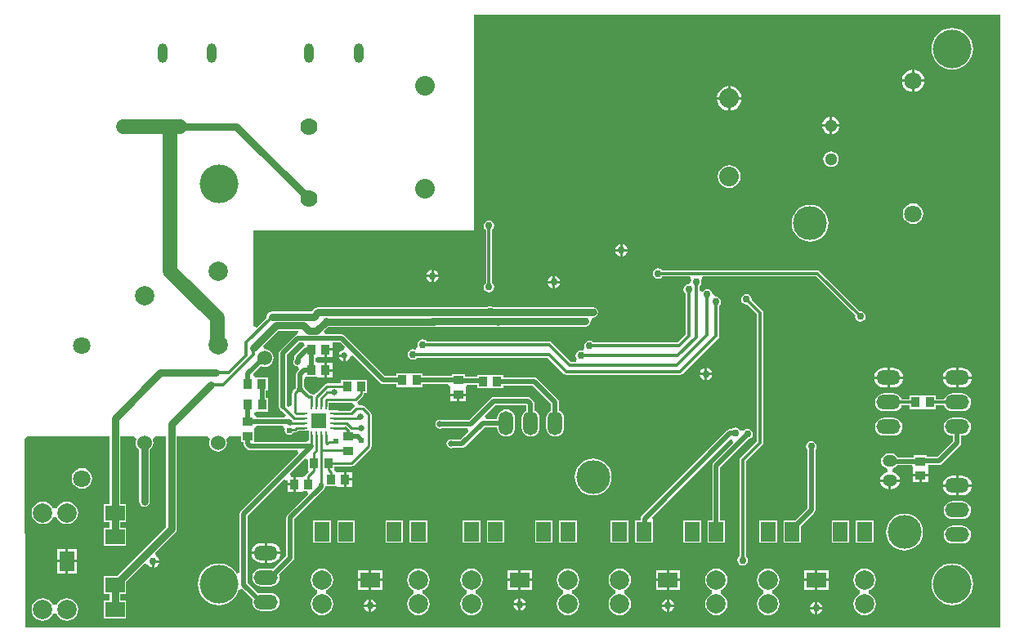
<source format=gbl>
G04*
G04 #@! TF.GenerationSoftware,Altium Limited,Altium Designer,20.0.13 (296)*
G04*
G04 Layer_Physical_Order=2*
G04 Layer_Color=16711680*
%FSLAX25Y25*%
%MOIN*%
G70*
G01*
G75*
%ADD10C,0.01000*%
%ADD49R,0.04134X0.03740*%
%ADD50R,0.03543X0.04331*%
%ADD51R,0.03740X0.04134*%
%ADD52R,0.04331X0.03543*%
%ADD60C,0.01400*%
%ADD61C,0.02000*%
%ADD62C,0.03000*%
%ADD63C,0.01200*%
%ADD64C,0.06000*%
%ADD65C,0.07087*%
%ADD66C,0.06000*%
%ADD67C,0.07874*%
%ADD68O,0.06000X0.04921*%
%ADD69O,0.06000X0.09843*%
%ADD70O,0.09843X0.06000*%
%ADD71R,0.06000X0.07874*%
%ADD72R,0.07874X0.06000*%
%ADD73R,0.06000X0.07874*%
%ADD74R,0.07874X0.06000*%
%ADD75C,0.08000*%
%ADD76C,0.05118*%
%ADD77O,0.03937X0.07874*%
%ADD78C,0.07000*%
%ADD79C,0.13780*%
%ADD80C,0.15748*%
%ADD81C,0.02400*%
%ADD82C,0.03000*%
%ADD83C,0.02500*%
%ADD84C,0.05000*%
%ADD85R,0.05900X0.05900*%
%ADD86R,0.03100X0.01100*%
%ADD87R,0.01100X0.03100*%
G36*
X397500Y250000D02*
Y0D01*
X0D01*
X-494Y77007D01*
X493Y78000D01*
X34359D01*
Y50442D01*
X31963D01*
Y43242D01*
X34359D01*
Y40600D01*
X31963D01*
Y33400D01*
X41037D01*
Y40600D01*
X38641D01*
Y43242D01*
X41037D01*
Y50442D01*
X38641D01*
Y78000D01*
X44211D01*
X45059Y76600D01*
X44993Y76440D01*
X44869Y75500D01*
X44993Y74560D01*
X45355Y73685D01*
X45932Y72932D01*
X46359Y72605D01*
Y51500D01*
X46522Y50681D01*
X46986Y49986D01*
X47681Y49522D01*
X48500Y49359D01*
X49319Y49522D01*
X50014Y49986D01*
X50478Y50681D01*
X50641Y51500D01*
Y72605D01*
X51068Y72932D01*
X51645Y73685D01*
X52007Y74560D01*
X52131Y75500D01*
X52007Y76440D01*
X51941Y76600D01*
X52789Y78000D01*
X57359D01*
Y41202D01*
X37423Y21266D01*
X37189Y20915D01*
X31963D01*
Y13715D01*
X34359D01*
Y11072D01*
X31963D01*
Y3872D01*
X41037D01*
Y11072D01*
X38641D01*
Y13715D01*
X41037D01*
Y18608D01*
X41078Y18815D01*
Y18865D01*
X48221Y26008D01*
X48633Y26013D01*
X49874Y25681D01*
X50198Y25198D01*
X51025Y24645D01*
X51500Y24551D01*
Y27000D01*
X52000D01*
Y27500D01*
X54449D01*
X54355Y27975D01*
X53802Y28802D01*
X53319Y29126D01*
X52987Y30367D01*
X52992Y30779D01*
X61014Y38801D01*
X61478Y39496D01*
X61641Y40315D01*
Y78000D01*
X74211D01*
X75059Y76600D01*
X74993Y76440D01*
X74869Y75500D01*
X74993Y74560D01*
X75355Y73685D01*
X75932Y72932D01*
X76684Y72355D01*
X77560Y71993D01*
X78500Y71869D01*
X79440Y71993D01*
X80316Y72355D01*
X81068Y72932D01*
X81645Y73685D01*
X82007Y74560D01*
X82131Y75500D01*
X82007Y76440D01*
X81941Y76600D01*
X82789Y78000D01*
X87735D01*
Y75676D01*
X88869D01*
Y75219D01*
X88993Y74594D01*
X89346Y74065D01*
X90518Y72894D01*
X91047Y72540D01*
X91672Y72416D01*
X110780D01*
X111315Y71122D01*
X87846Y47653D01*
X87493Y47124D01*
X87369Y46500D01*
Y22520D01*
X85969Y22169D01*
X85820Y22447D01*
X84761Y23738D01*
X83471Y24796D01*
X81999Y25583D01*
X80401Y26068D01*
X78740Y26232D01*
X77079Y26068D01*
X75482Y25583D01*
X74010Y24796D01*
X72719Y23738D01*
X71660Y22447D01*
X70873Y20975D01*
X70389Y19378D01*
X70225Y17717D01*
X70389Y16055D01*
X70873Y14458D01*
X71660Y12986D01*
X72719Y11695D01*
X74010Y10637D01*
X75482Y9850D01*
X77079Y9365D01*
X78740Y9201D01*
X80401Y9365D01*
X81999Y9850D01*
X83471Y10637D01*
X84761Y11695D01*
X85820Y12986D01*
X86607Y14458D01*
X86892Y15399D01*
X88359Y15846D01*
X88439Y15833D01*
X92648Y11624D01*
X92571Y11440D01*
X92448Y10500D01*
X92571Y9560D01*
X92934Y8685D01*
X93511Y7932D01*
X94263Y7355D01*
X95139Y6993D01*
X96079Y6869D01*
X99921D01*
X100861Y6993D01*
X101737Y7355D01*
X102489Y7932D01*
X103066Y8685D01*
X103429Y9560D01*
X103552Y10500D01*
X103429Y11440D01*
X103066Y12315D01*
X102489Y13068D01*
X101737Y13645D01*
X100861Y14007D01*
X99921Y14131D01*
X96079D01*
X95139Y14007D01*
X94955Y13931D01*
X90631Y18255D01*
Y45824D01*
X105376Y60568D01*
X106776Y59989D01*
Y59000D01*
X109146D01*
Y61567D01*
X108354D01*
X107774Y62967D01*
X113776Y68968D01*
X115176Y68389D01*
Y64235D01*
X115176D01*
X115461Y63547D01*
X114561Y62647D01*
X114318Y62283D01*
X114299Y62185D01*
X113003Y61409D01*
X112516Y61567D01*
X111650Y61567D01*
X110146D01*
Y58500D01*
Y55433D01*
X111650D01*
X112516Y55433D01*
X113750Y55833D01*
X114751D01*
X115287Y54540D01*
X106846Y46099D01*
X106493Y45570D01*
X106369Y44946D01*
Y29254D01*
X101045Y23931D01*
X100861Y24007D01*
X99921Y24131D01*
X96079D01*
X95139Y24007D01*
X94263Y23645D01*
X93511Y23067D01*
X92934Y22316D01*
X92571Y21440D01*
X92448Y20500D01*
X92571Y19560D01*
X92934Y18685D01*
X93511Y17932D01*
X94263Y17355D01*
X95139Y16993D01*
X96079Y16869D01*
X99921D01*
X100861Y16993D01*
X101737Y17355D01*
X102489Y17932D01*
X103066Y18685D01*
X103429Y19560D01*
X103552Y20500D01*
X103429Y21440D01*
X103352Y21624D01*
X109153Y27425D01*
X109507Y27955D01*
X109631Y28579D01*
Y44270D01*
X121638Y56277D01*
X121991Y56806D01*
X121992Y56806D01*
X122116Y57430D01*
X122176Y57833D01*
X123302Y57833D01*
X126250D01*
X127484Y57433D01*
X128350Y57433D01*
X129854D01*
Y60500D01*
Y63567D01*
X128350D01*
X127484Y63567D01*
X126865Y63366D01*
X125824Y64344D01*
Y65878D01*
X133000D01*
X133000Y65878D01*
X133429Y65964D01*
X133793Y66207D01*
X140793Y73207D01*
X140793Y73207D01*
X141036Y73571D01*
X141122Y74000D01*
Y87000D01*
X141036Y87429D01*
X140793Y87793D01*
X140793Y87793D01*
X138293Y90293D01*
X137929Y90536D01*
X137500Y90622D01*
X137500Y90622D01*
X136072D01*
X135861Y90887D01*
X135246Y92160D01*
X137647Y94561D01*
X137647Y94561D01*
X137891Y94925D01*
X137976Y95354D01*
Y95833D01*
X139324D01*
Y101167D01*
X134384D01*
Y101167D01*
X133616D01*
Y101167D01*
X128676D01*
Y99622D01*
X123000D01*
X123000Y99622D01*
X122571Y99536D01*
X122207Y99293D01*
X122207Y99293D01*
X118608Y95695D01*
X117524Y94918D01*
X117054Y95177D01*
X116547Y95278D01*
X116096D01*
X113884Y97490D01*
X113886Y97500D01*
X113743Y98222D01*
X113631Y98388D01*
Y101158D01*
X114176Y102333D01*
X118250D01*
X119484Y101933D01*
X120350Y101933D01*
X121854D01*
Y105000D01*
Y108067D01*
X120350D01*
X119484Y108067D01*
X118277Y108532D01*
Y109968D01*
X119484Y110433D01*
X119484Y110433D01*
X121854D01*
Y113500D01*
X122354D01*
Y114000D01*
X125224D01*
Y116369D01*
X128324D01*
X130067Y114626D01*
X130060Y114499D01*
X129515Y113198D01*
X129122Y113119D01*
X128378Y112622D01*
X127881Y111878D01*
X127805Y111500D01*
X130000D01*
Y111000D01*
X130500D01*
Y108805D01*
X130878Y108880D01*
X131622Y109378D01*
X132120Y110122D01*
X132198Y110515D01*
X133499Y111060D01*
X133626Y111067D01*
X144846Y99847D01*
X145376Y99493D01*
X146000Y99369D01*
X151176D01*
Y98235D01*
X155681D01*
X155919Y98235D01*
X157081D01*
X157319Y98235D01*
X161824D01*
Y99345D01*
X172357D01*
X173375Y97945D01*
X173335Y97819D01*
X173335Y97347D01*
Y95547D01*
X179665D01*
Y97347D01*
X179665Y97819D01*
X179964Y99095D01*
X184176D01*
Y97833D01*
X188484D01*
X189500Y97833D01*
X190516Y97833D01*
X194824D01*
Y98869D01*
X206824D01*
X214369Y91324D01*
Y88642D01*
X214184Y88566D01*
X213433Y87989D01*
X212855Y87237D01*
X212493Y86361D01*
X212369Y85421D01*
Y81579D01*
X212493Y80639D01*
X212855Y79763D01*
X213433Y79011D01*
X214184Y78434D01*
X215060Y78071D01*
X216000Y77948D01*
X216940Y78071D01*
X217815Y78434D01*
X218567Y79011D01*
X219145Y79763D01*
X219507Y80639D01*
X219631Y81579D01*
Y85421D01*
X219507Y86361D01*
X219145Y87237D01*
X218567Y87989D01*
X217815Y88566D01*
X217631Y88642D01*
Y92000D01*
X217631Y92000D01*
X217507Y92624D01*
X217154Y93154D01*
X208653Y101654D01*
X208124Y102007D01*
X207500Y102131D01*
X194824D01*
Y103167D01*
X190516D01*
X189500Y103167D01*
X188484Y103167D01*
X184176D01*
Y102358D01*
X179265D01*
Y103324D01*
X173735D01*
Y102608D01*
X161824D01*
Y103765D01*
X157319D01*
X157081Y103765D01*
X155919D01*
X155681Y103765D01*
X151176D01*
Y102631D01*
X146676D01*
X130154Y119153D01*
X129624Y119507D01*
X129000Y119631D01*
X122089D01*
X121553Y120925D01*
X123387Y122759D01*
X166400D01*
X166903Y122859D01*
X191997D01*
X192500Y122759D01*
X193003Y122859D01*
X228323D01*
X229142Y123022D01*
X229837Y123486D01*
X230301Y124181D01*
X230464Y125000D01*
X230452Y125059D01*
X231366Y126408D01*
X231489Y126477D01*
X232219Y126622D01*
X232914Y127086D01*
X233378Y127781D01*
X233541Y128600D01*
X233378Y129419D01*
X232914Y130114D01*
X232219Y130578D01*
X231400Y130741D01*
X190674D01*
X190319Y130978D01*
X189500Y131141D01*
X188681Y130978D01*
X188326Y130741D01*
X119194D01*
X118375Y130578D01*
X117681Y130114D01*
X116613Y129047D01*
X100406D01*
X99586Y128884D01*
X98892Y128419D01*
X98427Y127725D01*
X98264Y126906D01*
X98333Y126563D01*
X94293Y122524D01*
X93000Y123059D01*
Y162000D01*
X183000Y162000D01*
X183000Y250000D01*
X397500Y250000D01*
D02*
G37*
G36*
X111220Y121031D02*
X111153Y120606D01*
X110534Y119539D01*
X110376Y119507D01*
X109846Y119153D01*
X103847Y113154D01*
X103493Y112624D01*
X103369Y112000D01*
Y90000D01*
X103493Y89376D01*
X103847Y88846D01*
X104376Y88493D01*
X104697Y88429D01*
X106248Y86878D01*
X105712Y85584D01*
X94359D01*
X94335Y85601D01*
X93296Y86984D01*
X93328Y87698D01*
X94081Y88235D01*
X94400Y88235D01*
X98824D01*
Y93765D01*
X98035D01*
Y96833D01*
X98824D01*
Y102167D01*
X94516D01*
X93884Y102167D01*
X93000Y103201D01*
Y103693D01*
X96022Y106715D01*
X96560Y106493D01*
X97500Y106369D01*
X98440Y106493D01*
X99316Y106855D01*
X100068Y107432D01*
X100645Y108185D01*
X101007Y109060D01*
X101131Y110000D01*
X101007Y110940D01*
X100645Y111816D01*
X100068Y112568D01*
X99316Y113145D01*
X98440Y113507D01*
X97623Y113615D01*
X97373Y113976D01*
X97006Y114978D01*
X103192Y121164D01*
X111131D01*
X111220Y121031D01*
D02*
G37*
G36*
X113196Y116317D02*
X113819Y114973D01*
X113818Y114969D01*
X113347Y114654D01*
X109942Y111249D01*
X109589Y110720D01*
X109464Y110096D01*
Y109532D01*
X109257Y109222D01*
X109114Y108500D01*
X109257Y107778D01*
X109666Y107166D01*
X110278Y106757D01*
X110855Y106642D01*
X111174Y106125D01*
X111473Y105280D01*
X110846Y104654D01*
X110493Y104124D01*
X110369Y103500D01*
Y98388D01*
X110257Y98222D01*
X110140Y97632D01*
X109991Y97483D01*
X109707Y97293D01*
X108980Y96566D01*
X108737Y96202D01*
X108651Y95773D01*
X108651Y95773D01*
Y90820D01*
X107251Y90136D01*
X106631Y90619D01*
Y111324D01*
X111676Y116369D01*
X112859D01*
X113196Y116317D01*
D02*
G37*
G36*
X133592Y91566D02*
X134207Y90293D01*
X134207Y90293D01*
X132488Y88574D01*
X127556D01*
Y88603D01*
X123603D01*
Y91831D01*
X133381D01*
X133592Y91566D01*
D02*
G37*
G36*
X105227Y81893D02*
X105749Y80921D01*
X105665Y80500D01*
X105804Y79798D01*
X106202Y79202D01*
X106798Y78804D01*
X107500Y78665D01*
X108202Y78804D01*
X108798Y79202D01*
X109094Y79646D01*
X109768D01*
X109768Y79646D01*
X110197Y79732D01*
X110293Y79796D01*
X111444Y80397D01*
X115397D01*
Y76445D01*
X114314Y75679D01*
X93265D01*
Y80419D01*
X93265D01*
Y80921D01*
X94359Y82321D01*
X104868D01*
X105227Y81893D01*
D02*
G37*
%LPC*%
G36*
X377953Y244736D02*
X376292Y244572D01*
X374694Y244087D01*
X373222Y243300D01*
X371932Y242242D01*
X370873Y240951D01*
X370086Y239479D01*
X369601Y237882D01*
X369438Y236221D01*
X369601Y234559D01*
X370086Y232962D01*
X370873Y231490D01*
X371932Y230199D01*
X373222Y229140D01*
X374694Y228354D01*
X376292Y227869D01*
X377953Y227706D01*
X379614Y227869D01*
X381211Y228354D01*
X382683Y229140D01*
X383974Y230199D01*
X385033Y231490D01*
X385820Y232962D01*
X386304Y234559D01*
X386468Y236221D01*
X386304Y237882D01*
X385820Y239479D01*
X385033Y240951D01*
X383974Y242242D01*
X382683Y243300D01*
X381211Y244087D01*
X379614Y244572D01*
X377953Y244736D01*
D02*
G37*
G36*
X362500Y227633D02*
Y223616D01*
X366517D01*
X366426Y224302D01*
X365969Y225407D01*
X365240Y226357D01*
X364291Y227085D01*
X363186Y227542D01*
X362500Y227633D01*
D02*
G37*
G36*
X361500Y227633D02*
X360814Y227542D01*
X359709Y227085D01*
X358760Y226357D01*
X358031Y225407D01*
X357574Y224302D01*
X357483Y223616D01*
X361500D01*
Y227633D01*
D02*
G37*
G36*
X366517Y222616D02*
X362500D01*
Y218600D01*
X363186Y218690D01*
X364291Y219148D01*
X365240Y219876D01*
X365969Y220825D01*
X366426Y221930D01*
X366517Y222616D01*
D02*
G37*
G36*
X361500D02*
X357483D01*
X357574Y221930D01*
X358031Y220825D01*
X358760Y219876D01*
X359709Y219148D01*
X360814Y218690D01*
X361500Y218600D01*
Y222616D01*
D02*
G37*
G36*
X287508Y220922D02*
Y216445D01*
X291985D01*
X291879Y217250D01*
X291375Y218466D01*
X290574Y219511D01*
X289529Y220312D01*
X288313Y220816D01*
X287508Y220922D01*
D02*
G37*
G36*
X286508D02*
X285703Y220816D01*
X284486Y220312D01*
X283442Y219511D01*
X282640Y218466D01*
X282137Y217250D01*
X282031Y216445D01*
X286508D01*
Y220922D01*
D02*
G37*
G36*
X291985Y215445D02*
X287508D01*
Y210968D01*
X288313Y211074D01*
X289529Y211577D01*
X290574Y212379D01*
X291375Y213423D01*
X291879Y214640D01*
X291985Y215445D01*
D02*
G37*
G36*
X286508D02*
X282031D01*
X282137Y214640D01*
X282640Y213423D01*
X283442Y212379D01*
X284486Y211577D01*
X285703Y211074D01*
X286508Y210968D01*
Y215445D01*
D02*
G37*
G36*
X329000Y208414D02*
Y205390D01*
X332024D01*
X331967Y205819D01*
X331609Y206685D01*
X331038Y207428D01*
X330295Y207999D01*
X329429Y208357D01*
X329000Y208414D01*
D02*
G37*
G36*
X328000D02*
X327571Y208357D01*
X326705Y207999D01*
X325962Y207428D01*
X325391Y206685D01*
X325033Y205819D01*
X324976Y205390D01*
X328000D01*
Y208414D01*
D02*
G37*
G36*
X332024Y204390D02*
X329000D01*
Y201366D01*
X329429Y201422D01*
X330295Y201781D01*
X331038Y202351D01*
X331609Y203095D01*
X331967Y203961D01*
X332024Y204390D01*
D02*
G37*
G36*
X328000D02*
X324976D01*
X325033Y203961D01*
X325391Y203095D01*
X325962Y202351D01*
X326705Y201781D01*
X327571Y201422D01*
X328000Y201366D01*
Y204390D01*
D02*
G37*
G36*
X328500Y194297D02*
X327675Y194188D01*
X326907Y193870D01*
X326247Y193363D01*
X325741Y192703D01*
X325422Y191935D01*
X325314Y191110D01*
X325422Y190286D01*
X325741Y189517D01*
X326247Y188857D01*
X326907Y188351D01*
X327675Y188032D01*
X328500Y187924D01*
X329325Y188032D01*
X330093Y188351D01*
X330753Y188857D01*
X331259Y189517D01*
X331578Y190286D01*
X331686Y191110D01*
X331578Y191935D01*
X331259Y192703D01*
X330753Y193363D01*
X330093Y193870D01*
X329325Y194188D01*
X328500Y194297D01*
D02*
G37*
G36*
X287008Y188695D02*
X285807Y188537D01*
X284688Y188073D01*
X283727Y187336D01*
X282990Y186375D01*
X282526Y185256D01*
X282368Y184055D01*
X282526Y182854D01*
X282990Y181735D01*
X283727Y180774D01*
X284688Y180037D01*
X285807Y179574D01*
X287008Y179415D01*
X288209Y179574D01*
X289328Y180037D01*
X290289Y180774D01*
X291026Y181735D01*
X291490Y182854D01*
X291648Y184055D01*
X291490Y185256D01*
X291026Y186375D01*
X290289Y187336D01*
X289328Y188073D01*
X288209Y188537D01*
X287008Y188695D01*
D02*
G37*
G36*
X362000Y173063D02*
X360918Y172921D01*
X359910Y172503D01*
X359045Y171839D01*
X358381Y170973D01*
X357963Y169966D01*
X357821Y168884D01*
X357963Y167802D01*
X358381Y166794D01*
X359045Y165929D01*
X359910Y165265D01*
X360918Y164847D01*
X362000Y164705D01*
X363082Y164847D01*
X364089Y165265D01*
X364955Y165929D01*
X365619Y166794D01*
X366037Y167802D01*
X366179Y168884D01*
X366037Y169966D01*
X365619Y170973D01*
X364955Y171839D01*
X364089Y172503D01*
X363082Y172921D01*
X362000Y173063D01*
D02*
G37*
G36*
X320000Y172526D02*
X318532Y172381D01*
X317120Y171953D01*
X315819Y171258D01*
X314678Y170322D01*
X313742Y169181D01*
X313047Y167880D01*
X312619Y166468D01*
X312474Y165000D01*
X312619Y163532D01*
X313047Y162120D01*
X313742Y160819D01*
X314678Y159678D01*
X315819Y158742D01*
X317120Y158047D01*
X318532Y157619D01*
X320000Y157474D01*
X321468Y157619D01*
X322880Y158047D01*
X324181Y158742D01*
X325322Y159678D01*
X326258Y160819D01*
X326953Y162120D01*
X327381Y163532D01*
X327526Y165000D01*
X327381Y166468D01*
X326953Y167880D01*
X326258Y169181D01*
X325322Y170322D01*
X324181Y171258D01*
X322880Y171953D01*
X321468Y172381D01*
X320000Y172526D01*
D02*
G37*
G36*
X243500Y156449D02*
Y154500D01*
X245449D01*
X245355Y154975D01*
X244802Y155802D01*
X243975Y156355D01*
X243500Y156449D01*
D02*
G37*
G36*
X242500D02*
X242024Y156355D01*
X241198Y155802D01*
X240645Y154975D01*
X240550Y154500D01*
X242500D01*
Y156449D01*
D02*
G37*
G36*
X245449Y153500D02*
X243500D01*
Y151550D01*
X243975Y151645D01*
X244802Y152198D01*
X245355Y153024D01*
X245449Y153500D01*
D02*
G37*
G36*
X242500D02*
X240550D01*
X240645Y153024D01*
X241198Y152198D01*
X242024Y151645D01*
X242500Y151550D01*
Y153500D01*
D02*
G37*
G36*
X166500Y145949D02*
Y144000D01*
X168449D01*
X168355Y144475D01*
X167802Y145302D01*
X166975Y145855D01*
X166500Y145949D01*
D02*
G37*
G36*
X165500D02*
X165024Y145855D01*
X164198Y145302D01*
X163645Y144475D01*
X163550Y144000D01*
X165500D01*
Y145949D01*
D02*
G37*
G36*
X216000Y143449D02*
Y141500D01*
X217950D01*
X217855Y141975D01*
X217302Y142802D01*
X216476Y143355D01*
X216000Y143449D01*
D02*
G37*
G36*
X215000D02*
X214525Y143355D01*
X213698Y142802D01*
X213145Y141975D01*
X213051Y141500D01*
X215000D01*
Y143449D01*
D02*
G37*
G36*
X168449Y143000D02*
X166500D01*
Y141051D01*
X166975Y141145D01*
X167802Y141698D01*
X168355Y142525D01*
X168449Y143000D01*
D02*
G37*
G36*
X165500D02*
X163550D01*
X163645Y142525D01*
X164198Y141698D01*
X165024Y141145D01*
X165500Y141051D01*
Y143000D01*
D02*
G37*
G36*
X217950Y140500D02*
X216000D01*
Y138550D01*
X216476Y138645D01*
X217302Y139198D01*
X217855Y140024D01*
X217950Y140500D01*
D02*
G37*
G36*
X215000D02*
X213051D01*
X213145Y140024D01*
X213698Y139198D01*
X214525Y138645D01*
X215000Y138550D01*
Y140500D01*
D02*
G37*
G36*
X189000Y166141D02*
X188181Y165978D01*
X187486Y165514D01*
X187022Y164819D01*
X186859Y164000D01*
X187022Y163181D01*
X187486Y162486D01*
X187777Y162292D01*
Y140708D01*
X187486Y140514D01*
X187022Y139819D01*
X186859Y139000D01*
X187022Y138181D01*
X187486Y137486D01*
X188181Y137022D01*
X189000Y136859D01*
X189819Y137022D01*
X190514Y137486D01*
X190978Y138181D01*
X191141Y139000D01*
X190978Y139819D01*
X190514Y140514D01*
X190224Y140708D01*
Y162292D01*
X190514Y162486D01*
X190978Y163181D01*
X191141Y164000D01*
X190978Y164819D01*
X190514Y165514D01*
X189819Y165978D01*
X189000Y166141D01*
D02*
G37*
G36*
X258000Y146641D02*
X257181Y146478D01*
X256486Y146014D01*
X256022Y145319D01*
X255859Y144500D01*
X256022Y143681D01*
X256486Y142986D01*
X257181Y142522D01*
X258000Y142359D01*
X258819Y142522D01*
X259514Y142986D01*
X259708Y143277D01*
X270812D01*
X271560Y141876D01*
X271522Y141819D01*
X271359Y141000D01*
X270500Y140141D01*
X269681Y139978D01*
X268986Y139514D01*
X268522Y138819D01*
X268359Y138000D01*
X268522Y137181D01*
X268986Y136486D01*
X269175Y136360D01*
Y119549D01*
X265951Y116325D01*
X231640D01*
X231514Y116514D01*
X230819Y116978D01*
X230000Y117141D01*
X229181Y116978D01*
X228486Y116514D01*
X228022Y115819D01*
X227859Y115000D01*
X228022Y114181D01*
X228040Y114154D01*
X227633Y113490D01*
X227114Y113019D01*
X226500Y113141D01*
X225681Y112978D01*
X224986Y112514D01*
X224522Y111819D01*
X224359Y111000D01*
X224522Y110181D01*
X224826Y109725D01*
X224554Y108844D01*
X224206Y108326D01*
X222549D01*
X214437Y116437D01*
X214007Y116725D01*
X213500Y116825D01*
X163640D01*
X163514Y117014D01*
X162819Y117478D01*
X162000Y117641D01*
X161181Y117478D01*
X160486Y117014D01*
X160022Y116319D01*
X159859Y115500D01*
X160022Y114681D01*
X159066Y113591D01*
X158819Y113478D01*
X158000Y113641D01*
X157181Y113478D01*
X156486Y113014D01*
X156022Y112319D01*
X155859Y111500D01*
X156022Y110681D01*
X156486Y109986D01*
X157181Y109522D01*
X158000Y109359D01*
X158819Y109522D01*
X159514Y109986D01*
X159640Y110175D01*
X212951D01*
X219563Y103563D01*
X219993Y103275D01*
X220500Y103174D01*
X267000D01*
X267507Y103275D01*
X267937Y103563D01*
X282437Y118063D01*
X282725Y118493D01*
X282825Y119000D01*
Y131360D01*
X283014Y131486D01*
X283478Y132181D01*
X283641Y133000D01*
X283478Y133819D01*
X283014Y134514D01*
X282319Y134978D01*
X281500Y135141D01*
X281394Y135120D01*
X280218Y135946D01*
X280105Y136182D01*
X279978Y136819D01*
X279514Y137514D01*
X278819Y137978D01*
X278000Y138141D01*
X277181Y137978D01*
X276486Y137514D01*
X276225Y137124D01*
X274826Y137435D01*
Y139360D01*
X275014Y139486D01*
X275478Y140181D01*
X275641Y141000D01*
X275478Y141819D01*
X275440Y141876D01*
X276188Y143277D01*
X322493D01*
X338427Y127343D01*
X338359Y127000D01*
X338522Y126181D01*
X338986Y125486D01*
X339681Y125022D01*
X340500Y124859D01*
X341319Y125022D01*
X342014Y125486D01*
X342478Y126181D01*
X342641Y127000D01*
X342478Y127819D01*
X342014Y128514D01*
X341319Y128978D01*
X340500Y129141D01*
X340157Y129073D01*
X323865Y145365D01*
X323468Y145630D01*
X323000Y145723D01*
X259708D01*
X259514Y146014D01*
X258819Y146478D01*
X258000Y146641D01*
D02*
G37*
G36*
X125224Y113000D02*
X122854D01*
Y110433D01*
X125224D01*
Y113000D01*
D02*
G37*
G36*
X129500Y110500D02*
X127805D01*
X127881Y110122D01*
X128378Y109378D01*
X129122Y108880D01*
X129500Y108805D01*
Y110500D01*
D02*
G37*
G36*
X122854Y108067D02*
Y105500D01*
X125224D01*
Y108067D01*
X122854D01*
D02*
G37*
G36*
X278000Y105949D02*
Y104000D01*
X279949D01*
X279855Y104475D01*
X279302Y105302D01*
X278475Y105855D01*
X278000Y105949D01*
D02*
G37*
G36*
X277000D02*
X276524Y105855D01*
X275698Y105302D01*
X275145Y104475D01*
X275050Y104000D01*
X277000D01*
Y105949D01*
D02*
G37*
G36*
X381921Y106035D02*
X380500D01*
Y102500D01*
X385890D01*
X385818Y103044D01*
X385415Y104017D01*
X384774Y104853D01*
X383939Y105494D01*
X382965Y105897D01*
X381921Y106035D01*
D02*
G37*
G36*
X353921D02*
X352500D01*
Y102500D01*
X357890D01*
X357818Y103044D01*
X357415Y104017D01*
X356774Y104853D01*
X355939Y105494D01*
X354965Y105897D01*
X353921Y106035D01*
D02*
G37*
G36*
X379500D02*
X378079D01*
X377034Y105897D01*
X376062Y105494D01*
X375226Y104853D01*
X374585Y104017D01*
X374182Y103044D01*
X374110Y102500D01*
X379500D01*
Y106035D01*
D02*
G37*
G36*
X351500D02*
X350079D01*
X349035Y105897D01*
X348061Y105494D01*
X347226Y104853D01*
X346585Y104017D01*
X346182Y103044D01*
X346110Y102500D01*
X351500D01*
Y106035D01*
D02*
G37*
G36*
X125224Y104500D02*
X122854D01*
Y101933D01*
X125224D01*
Y104500D01*
D02*
G37*
G36*
X279949Y103000D02*
X278000D01*
Y101050D01*
X278475Y101145D01*
X279302Y101698D01*
X279855Y102524D01*
X279949Y103000D01*
D02*
G37*
G36*
X277000D02*
X275050D01*
X275145Y102524D01*
X275698Y101698D01*
X276524Y101145D01*
X277000Y101050D01*
Y103000D01*
D02*
G37*
G36*
X385890Y101500D02*
X380500D01*
Y97966D01*
X381921D01*
X382965Y98103D01*
X383939Y98506D01*
X384774Y99147D01*
X385415Y99983D01*
X385818Y100956D01*
X385890Y101500D01*
D02*
G37*
G36*
X379500D02*
X374110D01*
X374182Y100956D01*
X374585Y99983D01*
X375226Y99147D01*
X376062Y98506D01*
X377034Y98103D01*
X378079Y97966D01*
X379500D01*
Y101500D01*
D02*
G37*
G36*
X357890D02*
X352500D01*
Y97966D01*
X353921D01*
X354965Y98103D01*
X355939Y98506D01*
X356774Y99147D01*
X357415Y99983D01*
X357818Y100956D01*
X357890Y101500D01*
D02*
G37*
G36*
X351500D02*
X346110D01*
X346182Y100956D01*
X346585Y99983D01*
X347226Y99147D01*
X348061Y98506D01*
X349035Y98103D01*
X350079Y97966D01*
X351500D01*
Y101500D01*
D02*
G37*
G36*
X381921Y95631D02*
X378079D01*
X377139Y95507D01*
X376263Y95145D01*
X375511Y94568D01*
X374934Y93815D01*
X374689Y93224D01*
X371324D01*
Y94765D01*
X366819D01*
X366581Y94765D01*
X365419D01*
X365181Y94765D01*
X360676D01*
Y93224D01*
X357311D01*
X357066Y93815D01*
X356489Y94568D01*
X355737Y95145D01*
X354861Y95507D01*
X353921Y95631D01*
X350079D01*
X349139Y95507D01*
X348263Y95145D01*
X347511Y94568D01*
X346934Y93815D01*
X346571Y92940D01*
X346448Y92000D01*
X346571Y91060D01*
X346934Y90184D01*
X347511Y89432D01*
X348263Y88855D01*
X349139Y88493D01*
X350079Y88369D01*
X353921D01*
X354861Y88493D01*
X355737Y88855D01*
X356489Y89432D01*
X357066Y90184D01*
X357311Y90776D01*
X360676D01*
Y89235D01*
X365181D01*
X365419Y89235D01*
X366581D01*
X366819Y89235D01*
X371324D01*
Y90776D01*
X374689D01*
X374934Y90184D01*
X375511Y89432D01*
X376263Y88855D01*
X377139Y88493D01*
X378079Y88369D01*
X381921D01*
X382861Y88493D01*
X383737Y88855D01*
X384489Y89432D01*
X385066Y90184D01*
X385429Y91060D01*
X385552Y92000D01*
X385429Y92940D01*
X385066Y93815D01*
X384489Y94568D01*
X383737Y95145D01*
X382861Y95507D01*
X381921Y95631D01*
D02*
G37*
G36*
X179665Y94547D02*
X177000D01*
Y92276D01*
X179665D01*
Y94547D01*
D02*
G37*
G36*
X176000D02*
X173335D01*
Y92276D01*
X176000D01*
Y94547D01*
D02*
G37*
G36*
X353921Y85631D02*
X350079D01*
X349139Y85507D01*
X348263Y85145D01*
X347511Y84568D01*
X346934Y83815D01*
X346571Y82940D01*
X346448Y82000D01*
X346571Y81060D01*
X346934Y80185D01*
X347511Y79432D01*
X348263Y78855D01*
X349139Y78493D01*
X350079Y78369D01*
X353921D01*
X354861Y78493D01*
X355737Y78855D01*
X356489Y79432D01*
X357066Y80185D01*
X357429Y81060D01*
X357552Y82000D01*
X357429Y82940D01*
X357066Y83815D01*
X356489Y84568D01*
X355737Y85145D01*
X354861Y85507D01*
X353921Y85631D01*
D02*
G37*
G36*
X204828Y94131D02*
X191000D01*
X190376Y94007D01*
X189847Y93654D01*
X180824Y84631D01*
X169888D01*
X169722Y84743D01*
X169000Y84886D01*
X168278Y84743D01*
X167666Y84334D01*
X167257Y83722D01*
X167114Y83000D01*
X167257Y82278D01*
X167666Y81666D01*
X168278Y81257D01*
X169000Y81114D01*
X169722Y81257D01*
X169888Y81369D01*
X180082D01*
X180662Y79969D01*
X177324Y76631D01*
X174388D01*
X174222Y76743D01*
X173500Y76886D01*
X172778Y76743D01*
X172166Y76334D01*
X171757Y75722D01*
X171614Y75000D01*
X171757Y74278D01*
X172166Y73666D01*
X172778Y73257D01*
X173500Y73114D01*
X174222Y73257D01*
X174388Y73369D01*
X178000D01*
X178624Y73493D01*
X179154Y73847D01*
X187176Y81869D01*
X192369D01*
Y81579D01*
X192493Y80639D01*
X192855Y79763D01*
X193432Y79011D01*
X194185Y78434D01*
X195060Y78071D01*
X196000Y77948D01*
X196940Y78071D01*
X197816Y78434D01*
X198568Y79011D01*
X199145Y79763D01*
X199507Y80639D01*
X199631Y81579D01*
Y85421D01*
X199507Y86361D01*
X199145Y87237D01*
X198568Y87989D01*
X197816Y88566D01*
X196940Y88929D01*
X196000Y89052D01*
X195060Y88929D01*
X194185Y88566D01*
X193432Y87989D01*
X192855Y87237D01*
X192493Y86361D01*
X192369Y85421D01*
Y85131D01*
X187918D01*
X187338Y86531D01*
X191676Y90869D01*
X204153D01*
X204369Y90653D01*
Y88642D01*
X204185Y88566D01*
X203432Y87989D01*
X202855Y87237D01*
X202493Y86361D01*
X202369Y85421D01*
Y81579D01*
X202493Y80639D01*
X202855Y79763D01*
X203432Y79011D01*
X204185Y78434D01*
X205060Y78071D01*
X206000Y77948D01*
X206940Y78071D01*
X207816Y78434D01*
X208568Y79011D01*
X209145Y79763D01*
X209507Y80639D01*
X209631Y81579D01*
Y85421D01*
X209507Y86361D01*
X209145Y87237D01*
X208568Y87989D01*
X207816Y88566D01*
X207631Y88642D01*
Y91328D01*
X207507Y91953D01*
X207154Y92482D01*
X205982Y93654D01*
X205453Y94007D01*
X204828Y94131D01*
D02*
G37*
G36*
X381921Y85631D02*
X378079D01*
X377139Y85507D01*
X376263Y85145D01*
X375511Y84568D01*
X374934Y83815D01*
X374571Y82940D01*
X374448Y82000D01*
X374571Y81060D01*
X374934Y80185D01*
X375511Y79432D01*
X376263Y78855D01*
X377139Y78493D01*
X378079Y78369D01*
X378369D01*
Y76176D01*
X371824Y69631D01*
X367667D01*
Y70324D01*
X362333D01*
Y69527D01*
X355677D01*
X355222Y70120D01*
X354583Y70610D01*
X353838Y70919D01*
X353039Y71024D01*
X351961D01*
X351162Y70919D01*
X350417Y70610D01*
X349778Y70120D01*
X349287Y69481D01*
X348979Y68736D01*
X348874Y67937D01*
X348979Y67138D01*
X349287Y66394D01*
X349778Y65754D01*
X350417Y65263D01*
X351162Y64955D01*
X351522Y64908D01*
Y63496D01*
X351057Y63434D01*
X350215Y63086D01*
X349493Y62531D01*
X348938Y61808D01*
X348589Y60966D01*
X348536Y60563D01*
X352500D01*
X356464D01*
X356411Y60966D01*
X356062Y61808D01*
X355507Y62531D01*
X354785Y63086D01*
X353943Y63434D01*
X353478Y63496D01*
Y64908D01*
X353838Y64955D01*
X354583Y65263D01*
X355222Y65754D01*
X355614Y66264D01*
X361567D01*
X361933Y65016D01*
X361933Y64150D01*
Y62646D01*
X368067D01*
Y64150D01*
X368067Y65016D01*
X368181Y66369D01*
X372500D01*
X373124Y66493D01*
X373654Y66847D01*
X381153Y74347D01*
X381507Y74876D01*
X381631Y75500D01*
Y78369D01*
X381921D01*
X382861Y78493D01*
X383737Y78855D01*
X384489Y79432D01*
X385066Y80185D01*
X385429Y81060D01*
X385552Y82000D01*
X385429Y82940D01*
X385066Y83815D01*
X384489Y84568D01*
X383737Y85145D01*
X382861Y85507D01*
X381921Y85631D01*
D02*
G37*
G36*
X130854Y63567D02*
Y61000D01*
X133224D01*
Y63567D01*
X130854D01*
D02*
G37*
G36*
X368067Y61646D02*
X365500D01*
Y59276D01*
X368067D01*
Y61646D01*
D02*
G37*
G36*
X364500D02*
X361933D01*
Y59276D01*
X364500D01*
Y61646D01*
D02*
G37*
G36*
X381921Y62034D02*
X380500D01*
Y58500D01*
X385890D01*
X385818Y59044D01*
X385415Y60017D01*
X384774Y60853D01*
X383939Y61494D01*
X382965Y61897D01*
X381921Y62034D01*
D02*
G37*
G36*
X379500D02*
X378079D01*
X377034Y61897D01*
X376062Y61494D01*
X375226Y60853D01*
X374585Y60017D01*
X374182Y59044D01*
X374110Y58500D01*
X379500D01*
Y62034D01*
D02*
G37*
G36*
X133224Y60000D02*
X130854D01*
Y57433D01*
X133224D01*
Y60000D01*
D02*
G37*
G36*
X23000Y65063D02*
X21918Y64921D01*
X20910Y64503D01*
X20045Y63839D01*
X19381Y62973D01*
X18963Y61966D01*
X18821Y60884D01*
X18963Y59802D01*
X19381Y58794D01*
X20045Y57929D01*
X20910Y57265D01*
X21918Y56847D01*
X23000Y56705D01*
X24082Y56847D01*
X25089Y57265D01*
X25955Y57929D01*
X26619Y58794D01*
X27037Y59802D01*
X27179Y60884D01*
X27037Y61966D01*
X26619Y62973D01*
X25955Y63839D01*
X25089Y64503D01*
X24082Y64921D01*
X23000Y65063D01*
D02*
G37*
G36*
X356464Y59563D02*
X353000D01*
Y56573D01*
X353039D01*
X353943Y56691D01*
X354785Y57040D01*
X355507Y57595D01*
X356062Y58318D01*
X356411Y59160D01*
X356464Y59563D01*
D02*
G37*
G36*
X352000D02*
X348536D01*
X348589Y59160D01*
X348938Y58318D01*
X349493Y57595D01*
X350215Y57040D01*
X351057Y56691D01*
X351961Y56573D01*
X352000D01*
Y59563D01*
D02*
G37*
G36*
X109146Y58000D02*
X106776D01*
Y55433D01*
X109146D01*
Y58000D01*
D02*
G37*
G36*
X231500Y69026D02*
X230032Y68881D01*
X228620Y68453D01*
X227319Y67758D01*
X226178Y66822D01*
X225242Y65681D01*
X224547Y64380D01*
X224119Y62968D01*
X223974Y61500D01*
X224119Y60032D01*
X224547Y58620D01*
X225242Y57319D01*
X226178Y56178D01*
X227319Y55242D01*
X228620Y54547D01*
X230032Y54119D01*
X231500Y53974D01*
X232968Y54119D01*
X234380Y54547D01*
X235681Y55242D01*
X236822Y56178D01*
X237758Y57319D01*
X238453Y58620D01*
X238881Y60032D01*
X239026Y61500D01*
X238881Y62968D01*
X238453Y64380D01*
X237758Y65681D01*
X236822Y66822D01*
X235681Y67758D01*
X234380Y68453D01*
X232968Y68881D01*
X231500Y69026D01*
D02*
G37*
G36*
X385890Y57500D02*
X380500D01*
Y53966D01*
X381921D01*
X382965Y54103D01*
X383939Y54506D01*
X384774Y55147D01*
X385415Y55983D01*
X385818Y56956D01*
X385890Y57500D01*
D02*
G37*
G36*
X379500D02*
X374110D01*
X374182Y56956D01*
X374585Y55983D01*
X375226Y55147D01*
X376062Y54506D01*
X377034Y54103D01*
X378079Y53966D01*
X379500D01*
Y57500D01*
D02*
G37*
G36*
X16815Y51419D02*
X15631Y51263D01*
X14527Y50806D01*
X13579Y50078D01*
X12852Y49131D01*
X12651Y48647D01*
X11136D01*
X10936Y49131D01*
X10208Y50078D01*
X9261Y50806D01*
X8157Y51263D01*
X6972Y51419D01*
X5788Y51263D01*
X4684Y50806D01*
X3737Y50078D01*
X3009Y49131D01*
X2552Y48027D01*
X2396Y46843D01*
X2552Y45658D01*
X3009Y44554D01*
X3737Y43607D01*
X4684Y42880D01*
X5788Y42422D01*
X6972Y42266D01*
X8157Y42422D01*
X9261Y42880D01*
X10208Y43607D01*
X10936Y44554D01*
X11136Y45039D01*
X12651D01*
X12852Y44554D01*
X13579Y43607D01*
X14527Y42880D01*
X15631Y42422D01*
X16815Y42266D01*
X17999Y42422D01*
X19103Y42880D01*
X20051Y43607D01*
X20778Y44554D01*
X21235Y45658D01*
X21391Y46843D01*
X21235Y48027D01*
X20778Y49131D01*
X20051Y50078D01*
X19103Y50806D01*
X17999Y51263D01*
X16815Y51419D01*
D02*
G37*
G36*
X381921Y51631D02*
X378079D01*
X377139Y51507D01*
X376263Y51145D01*
X375511Y50568D01*
X374934Y49815D01*
X374571Y48940D01*
X374448Y48000D01*
X374571Y47060D01*
X374934Y46185D01*
X375511Y45432D01*
X376263Y44855D01*
X377139Y44493D01*
X378079Y44369D01*
X381921D01*
X382861Y44493D01*
X383737Y44855D01*
X384489Y45432D01*
X385066Y46185D01*
X385429Y47060D01*
X385552Y48000D01*
X385429Y48940D01*
X385066Y49815D01*
X384489Y50568D01*
X383737Y51145D01*
X382861Y51507D01*
X381921Y51631D01*
D02*
G37*
G36*
X345785Y43722D02*
X338585D01*
Y34648D01*
X345785D01*
Y43722D01*
D02*
G37*
G36*
X335943D02*
X328743D01*
Y34648D01*
X335943D01*
Y43722D01*
D02*
G37*
G36*
X320500Y76141D02*
X319681Y75978D01*
X318986Y75514D01*
X318522Y74819D01*
X318359Y74000D01*
X318522Y73181D01*
X318869Y72662D01*
Y48640D01*
X313950Y43722D01*
X309057D01*
Y34648D01*
X316258D01*
Y41415D01*
X321654Y46811D01*
X322007Y47340D01*
X322131Y47965D01*
Y72662D01*
X322478Y73181D01*
X322641Y74000D01*
X322478Y74819D01*
X322014Y75514D01*
X321319Y75978D01*
X320500Y76141D01*
D02*
G37*
G36*
X306415Y43722D02*
X299215D01*
Y34648D01*
X306415D01*
Y43722D01*
D02*
G37*
G36*
X289500Y81641D02*
X288681Y81478D01*
X287986Y81014D01*
X287936Y80940D01*
X287309D01*
X286684Y80816D01*
X286155Y80462D01*
X251346Y45654D01*
X250993Y45124D01*
X250869Y44500D01*
Y43722D01*
X248557D01*
Y34648D01*
X255757D01*
Y43722D01*
X255757D01*
X255429Y45122D01*
X287392Y77085D01*
X288117Y76904D01*
X288547Y75354D01*
X280532Y67339D01*
X280178Y66809D01*
X280054Y66185D01*
Y43722D01*
X278085D01*
Y34648D01*
X285285D01*
Y43722D01*
X283316D01*
Y65509D01*
X294707Y76900D01*
X295319Y77022D01*
X296014Y77486D01*
X296478Y78181D01*
X296641Y79000D01*
X296478Y79819D01*
X296014Y80514D01*
X295319Y80978D01*
X294500Y81141D01*
X293681Y80978D01*
X292986Y80514D01*
X292894Y80377D01*
X292268Y80351D01*
X291343Y80522D01*
X291014Y81014D01*
X290319Y81478D01*
X289500Y81641D01*
D02*
G37*
G36*
X275443Y43722D02*
X268243D01*
Y34648D01*
X275443D01*
Y43722D01*
D02*
G37*
G36*
X245915D02*
X238715D01*
Y34648D01*
X245915D01*
Y43722D01*
D02*
G37*
G36*
X224785D02*
X217585D01*
Y34648D01*
X224785D01*
Y43722D01*
D02*
G37*
G36*
X214943D02*
X207743D01*
Y34648D01*
X214943D01*
Y43722D01*
D02*
G37*
G36*
X195257D02*
X188057D01*
Y34648D01*
X195257D01*
Y43722D01*
D02*
G37*
G36*
X185415D02*
X178215D01*
Y34648D01*
X185415D01*
Y43722D01*
D02*
G37*
G36*
X163785D02*
X156585D01*
Y34648D01*
X163785D01*
Y43722D01*
D02*
G37*
G36*
X153943D02*
X146742D01*
Y34648D01*
X153943D01*
Y43722D01*
D02*
G37*
G36*
X134257D02*
X127058D01*
Y34648D01*
X134257D01*
Y43722D01*
D02*
G37*
G36*
X124415D02*
X117215D01*
Y34648D01*
X124415D01*
Y43722D01*
D02*
G37*
G36*
X381921Y41631D02*
X378079D01*
X377139Y41507D01*
X376263Y41145D01*
X375511Y40567D01*
X374934Y39816D01*
X374571Y38940D01*
X374448Y38000D01*
X374571Y37060D01*
X374934Y36184D01*
X375511Y35432D01*
X376263Y34855D01*
X377139Y34493D01*
X378079Y34369D01*
X381921D01*
X382861Y34493D01*
X383737Y34855D01*
X384489Y35432D01*
X385066Y36184D01*
X385429Y37060D01*
X385552Y38000D01*
X385429Y38940D01*
X385066Y39816D01*
X384489Y40567D01*
X383737Y41145D01*
X382861Y41507D01*
X381921Y41631D01*
D02*
G37*
G36*
X358500Y46526D02*
X357032Y46381D01*
X355620Y45953D01*
X354319Y45258D01*
X353178Y44322D01*
X352242Y43181D01*
X351547Y41880D01*
X351119Y40468D01*
X350974Y39000D01*
X351119Y37532D01*
X351547Y36120D01*
X352242Y34819D01*
X353178Y33678D01*
X354319Y32742D01*
X355620Y32047D01*
X357032Y31619D01*
X358500Y31474D01*
X359968Y31619D01*
X361380Y32047D01*
X362681Y32742D01*
X363822Y33678D01*
X364758Y34819D01*
X365453Y36120D01*
X365881Y37532D01*
X366026Y39000D01*
X365881Y40468D01*
X365453Y41880D01*
X364758Y43181D01*
X363822Y44322D01*
X362681Y45258D01*
X361380Y45953D01*
X359968Y46381D01*
X358500Y46526D01*
D02*
G37*
G36*
X99921Y34534D02*
X98500D01*
Y31000D01*
X103890D01*
X103818Y31544D01*
X103415Y32517D01*
X102774Y33353D01*
X101938Y33994D01*
X100965Y34397D01*
X99921Y34534D01*
D02*
G37*
G36*
X97500D02*
X96079D01*
X95034Y34397D01*
X94061Y33994D01*
X93226Y33353D01*
X92585Y32517D01*
X92182Y31544D01*
X92110Y31000D01*
X97500D01*
Y34534D01*
D02*
G37*
G36*
X20815Y32094D02*
X17315D01*
Y27657D01*
X20815D01*
Y32094D01*
D02*
G37*
G36*
X16315D02*
X12815D01*
Y27657D01*
X16315D01*
Y32094D01*
D02*
G37*
G36*
X103890Y30000D02*
X98500D01*
Y26465D01*
X99921D01*
X100965Y26603D01*
X101938Y27006D01*
X102774Y27647D01*
X103415Y28483D01*
X103818Y29456D01*
X103890Y30000D01*
D02*
G37*
G36*
X97500D02*
X92110D01*
X92182Y29456D01*
X92585Y28483D01*
X93226Y27647D01*
X94061Y27006D01*
X95034Y26603D01*
X96079Y26465D01*
X97500D01*
Y30000D01*
D02*
G37*
G36*
X294000Y136141D02*
X293181Y135978D01*
X292486Y135514D01*
X292022Y134819D01*
X291859Y134000D01*
X292022Y133181D01*
X292486Y132486D01*
X293181Y132022D01*
X294000Y131859D01*
X294222Y131903D01*
X298175Y127951D01*
Y76049D01*
X291563Y69437D01*
X291275Y69007D01*
X291175Y68500D01*
Y29140D01*
X290986Y29014D01*
X290522Y28319D01*
X290359Y27500D01*
X290522Y26681D01*
X290986Y25986D01*
X291681Y25522D01*
X292500Y25359D01*
X293319Y25522D01*
X294014Y25986D01*
X294478Y26681D01*
X294641Y27500D01*
X294478Y28319D01*
X294014Y29014D01*
X293826Y29140D01*
Y67951D01*
X300437Y74563D01*
X300725Y74993D01*
X300826Y75500D01*
Y128500D01*
X300725Y129007D01*
X300437Y129437D01*
X296097Y133778D01*
X296141Y134000D01*
X295978Y134819D01*
X295514Y135514D01*
X294819Y135978D01*
X294000Y136141D01*
D02*
G37*
G36*
X54449Y26500D02*
X52500D01*
Y24551D01*
X52975Y24645D01*
X53802Y25198D01*
X54355Y26024D01*
X54449Y26500D01*
D02*
G37*
G36*
X20815Y26658D02*
X17315D01*
Y22220D01*
X20815D01*
Y26658D01*
D02*
G37*
G36*
X16315D02*
X12815D01*
Y22220D01*
X16315D01*
Y26658D01*
D02*
G37*
G36*
X327437Y23500D02*
X323000D01*
Y20000D01*
X327437D01*
Y23500D01*
D02*
G37*
G36*
X266937D02*
X262500D01*
Y20000D01*
X266937D01*
Y23500D01*
D02*
G37*
G36*
X206437D02*
X202000D01*
Y20000D01*
X206437D01*
Y23500D01*
D02*
G37*
G36*
X145437D02*
X141000D01*
Y20000D01*
X145437D01*
Y23500D01*
D02*
G37*
G36*
X322000D02*
X317563D01*
Y20000D01*
X322000D01*
Y23500D01*
D02*
G37*
G36*
X261500D02*
X257063D01*
Y20000D01*
X261500D01*
Y23500D01*
D02*
G37*
G36*
X201000D02*
X196563D01*
Y20000D01*
X201000D01*
Y23500D01*
D02*
G37*
G36*
X140000D02*
X135563D01*
Y20000D01*
X140000D01*
Y23500D01*
D02*
G37*
G36*
X327437Y19000D02*
X323000D01*
Y15500D01*
X327437D01*
Y19000D01*
D02*
G37*
G36*
X322000D02*
X317563D01*
Y15500D01*
X322000D01*
Y19000D01*
D02*
G37*
G36*
X266937D02*
X262500D01*
Y15500D01*
X266937D01*
Y19000D01*
D02*
G37*
G36*
X261500D02*
X257063D01*
Y15500D01*
X261500D01*
Y19000D01*
D02*
G37*
G36*
X206437D02*
X202000D01*
Y15500D01*
X206437D01*
Y19000D01*
D02*
G37*
G36*
X201000D02*
X196563D01*
Y15500D01*
X201000D01*
Y19000D01*
D02*
G37*
G36*
X145437D02*
X141000D01*
Y15500D01*
X145437D01*
Y19000D01*
D02*
G37*
G36*
X140000D02*
X135563D01*
Y15500D01*
X140000D01*
Y19000D01*
D02*
G37*
G36*
X202000Y11949D02*
Y10000D01*
X203949D01*
X203855Y10475D01*
X203302Y11302D01*
X202476Y11855D01*
X202000Y11949D01*
D02*
G37*
G36*
X201000D02*
X200524Y11855D01*
X199698Y11302D01*
X199145Y10475D01*
X199050Y10000D01*
X201000D01*
Y11949D01*
D02*
G37*
G36*
X262500Y11450D02*
Y9500D01*
X264450D01*
X264355Y9975D01*
X263802Y10802D01*
X262976Y11355D01*
X262500Y11450D01*
D02*
G37*
G36*
X261500D02*
X261024Y11355D01*
X260198Y10802D01*
X259645Y9975D01*
X259550Y9500D01*
X261500D01*
Y11450D01*
D02*
G37*
G36*
X141000D02*
Y9500D01*
X142949D01*
X142855Y9975D01*
X142302Y10802D01*
X141475Y11355D01*
X141000Y11450D01*
D02*
G37*
G36*
X140000D02*
X139524Y11355D01*
X138698Y10802D01*
X138145Y9975D01*
X138050Y9500D01*
X140000D01*
Y11450D01*
D02*
G37*
G36*
X16815Y12049D02*
X15631Y11893D01*
X14527Y11435D01*
X13579Y10708D01*
X12852Y9760D01*
X12651Y9276D01*
X11136D01*
X10936Y9760D01*
X10208Y10708D01*
X9261Y11435D01*
X8157Y11893D01*
X6972Y12049D01*
X5788Y11893D01*
X4684Y11435D01*
X3737Y10708D01*
X3009Y9760D01*
X2552Y8657D01*
X2396Y7472D01*
X2552Y6288D01*
X3009Y5184D01*
X3737Y4237D01*
X4684Y3509D01*
X5788Y3052D01*
X6972Y2896D01*
X8157Y3052D01*
X9261Y3509D01*
X10208Y4237D01*
X10936Y5184D01*
X11136Y5668D01*
X12651D01*
X12852Y5184D01*
X13579Y4237D01*
X14527Y3509D01*
X15631Y3052D01*
X16815Y2896D01*
X17999Y3052D01*
X19103Y3509D01*
X20051Y4237D01*
X20778Y5184D01*
X21235Y6288D01*
X21391Y7472D01*
X21235Y8657D01*
X20778Y9760D01*
X20051Y10708D01*
X19103Y11435D01*
X17999Y11893D01*
X16815Y12049D01*
D02*
G37*
G36*
X377953Y26232D02*
X376292Y26068D01*
X374694Y25583D01*
X373222Y24796D01*
X371932Y23738D01*
X370873Y22447D01*
X370086Y20975D01*
X369601Y19378D01*
X369438Y17717D01*
X369601Y16055D01*
X370086Y14458D01*
X370873Y12986D01*
X371932Y11695D01*
X373222Y10637D01*
X374694Y9850D01*
X376292Y9365D01*
X377953Y9201D01*
X379614Y9365D01*
X381211Y9850D01*
X382683Y10637D01*
X383974Y11695D01*
X385033Y12986D01*
X385820Y14458D01*
X386304Y16055D01*
X386468Y17717D01*
X386304Y19378D01*
X385820Y20975D01*
X385033Y22447D01*
X383974Y23738D01*
X382683Y24796D01*
X381211Y25583D01*
X379614Y26068D01*
X377953Y26232D01*
D02*
G37*
G36*
X323000Y10449D02*
Y8500D01*
X324950D01*
X324855Y8975D01*
X324302Y9802D01*
X323476Y10355D01*
X323000Y10449D01*
D02*
G37*
G36*
X322000D02*
X321525Y10355D01*
X320698Y9802D01*
X320145Y8975D01*
X320051Y8500D01*
X322000D01*
Y10449D01*
D02*
G37*
G36*
X203949Y9000D02*
X202000D01*
Y7051D01*
X202476Y7145D01*
X203302Y7698D01*
X203855Y8525D01*
X203949Y9000D01*
D02*
G37*
G36*
X201000D02*
X199050D01*
X199145Y8525D01*
X199698Y7698D01*
X200524Y7145D01*
X201000Y7051D01*
Y9000D01*
D02*
G37*
G36*
X264450Y8500D02*
X262500D01*
Y6550D01*
X262976Y6645D01*
X263802Y7198D01*
X264355Y8025D01*
X264450Y8500D01*
D02*
G37*
G36*
X261500D02*
X259550D01*
X259645Y8025D01*
X260198Y7198D01*
X261024Y6645D01*
X261500Y6550D01*
Y8500D01*
D02*
G37*
G36*
X142949D02*
X141000D01*
Y6550D01*
X141475Y6645D01*
X142302Y7198D01*
X142855Y8025D01*
X142949Y8500D01*
D02*
G37*
G36*
X140000D02*
X138050D01*
X138145Y8025D01*
X138698Y7198D01*
X139524Y6645D01*
X140000Y6550D01*
Y8500D01*
D02*
G37*
G36*
X324950Y7500D02*
X323000D01*
Y5551D01*
X323476Y5645D01*
X324302Y6198D01*
X324855Y7025D01*
X324950Y7500D01*
D02*
G37*
G36*
X322000D02*
X320051D01*
X320145Y7025D01*
X320698Y6198D01*
X321525Y5645D01*
X322000Y5551D01*
Y7500D01*
D02*
G37*
G36*
X342185Y24076D02*
X341001Y23920D01*
X339897Y23463D01*
X338949Y22736D01*
X338222Y21788D01*
X337765Y20684D01*
X337609Y19500D01*
X337765Y18316D01*
X338222Y17212D01*
X338949Y16264D01*
X339897Y15537D01*
X340381Y15336D01*
Y13821D01*
X339897Y13621D01*
X338949Y12893D01*
X338222Y11946D01*
X337765Y10842D01*
X337609Y9657D01*
X337765Y8473D01*
X338222Y7369D01*
X338949Y6422D01*
X339897Y5694D01*
X341001Y5237D01*
X342185Y5081D01*
X343369Y5237D01*
X344473Y5694D01*
X345421Y6422D01*
X346148Y7369D01*
X346605Y8473D01*
X346761Y9657D01*
X346605Y10842D01*
X346148Y11946D01*
X345421Y12893D01*
X344473Y13621D01*
X343989Y13821D01*
Y15336D01*
X344473Y15537D01*
X345421Y16264D01*
X346148Y17212D01*
X346605Y18316D01*
X346761Y19500D01*
X346605Y20684D01*
X346148Y21788D01*
X345421Y22736D01*
X344473Y23463D01*
X343369Y23920D01*
X342185Y24076D01*
D02*
G37*
G36*
X302815D02*
X301631Y23920D01*
X300527Y23463D01*
X299579Y22736D01*
X298852Y21788D01*
X298395Y20684D01*
X298239Y19500D01*
X298395Y18316D01*
X298852Y17212D01*
X299579Y16264D01*
X300527Y15537D01*
X301011Y15336D01*
Y13821D01*
X300527Y13621D01*
X299579Y12893D01*
X298852Y11946D01*
X298395Y10842D01*
X298239Y9657D01*
X298395Y8473D01*
X298852Y7369D01*
X299579Y6422D01*
X300527Y5694D01*
X301631Y5237D01*
X302815Y5081D01*
X303999Y5237D01*
X305103Y5694D01*
X306051Y6422D01*
X306778Y7369D01*
X307235Y8473D01*
X307391Y9657D01*
X307235Y10842D01*
X306778Y11946D01*
X306051Y12893D01*
X305103Y13621D01*
X304619Y13821D01*
Y15336D01*
X305103Y15537D01*
X306051Y16264D01*
X306778Y17212D01*
X307235Y18316D01*
X307391Y19500D01*
X307235Y20684D01*
X306778Y21788D01*
X306051Y22736D01*
X305103Y23463D01*
X303999Y23920D01*
X302815Y24076D01*
D02*
G37*
G36*
X281685D02*
X280501Y23920D01*
X279397Y23463D01*
X278449Y22736D01*
X277722Y21788D01*
X277265Y20684D01*
X277109Y19500D01*
X277265Y18316D01*
X277722Y17212D01*
X278449Y16264D01*
X279397Y15537D01*
X279881Y15336D01*
Y13821D01*
X279397Y13621D01*
X278449Y12893D01*
X277722Y11946D01*
X277265Y10842D01*
X277109Y9657D01*
X277265Y8473D01*
X277722Y7369D01*
X278449Y6422D01*
X279397Y5694D01*
X280501Y5237D01*
X281685Y5081D01*
X282869Y5237D01*
X283973Y5694D01*
X284921Y6422D01*
X285648Y7369D01*
X286105Y8473D01*
X286261Y9657D01*
X286105Y10842D01*
X285648Y11946D01*
X284921Y12893D01*
X283973Y13621D01*
X283489Y13821D01*
Y15336D01*
X283973Y15537D01*
X284921Y16264D01*
X285648Y17212D01*
X286105Y18316D01*
X286261Y19500D01*
X286105Y20684D01*
X285648Y21788D01*
X284921Y22736D01*
X283973Y23463D01*
X282869Y23920D01*
X281685Y24076D01*
D02*
G37*
G36*
X242315D02*
X241131Y23920D01*
X240027Y23463D01*
X239079Y22736D01*
X238352Y21788D01*
X237895Y20684D01*
X237739Y19500D01*
X237895Y18316D01*
X238352Y17212D01*
X239079Y16264D01*
X240027Y15537D01*
X240511Y15336D01*
Y13821D01*
X240027Y13621D01*
X239079Y12893D01*
X238352Y11946D01*
X237895Y10842D01*
X237739Y9657D01*
X237895Y8473D01*
X238352Y7369D01*
X239079Y6422D01*
X240027Y5694D01*
X241131Y5237D01*
X242315Y5081D01*
X243499Y5237D01*
X244603Y5694D01*
X245551Y6422D01*
X246278Y7369D01*
X246735Y8473D01*
X246891Y9657D01*
X246735Y10842D01*
X246278Y11946D01*
X245551Y12893D01*
X244603Y13621D01*
X244119Y13821D01*
Y15336D01*
X244603Y15537D01*
X245551Y16264D01*
X246278Y17212D01*
X246735Y18316D01*
X246891Y19500D01*
X246735Y20684D01*
X246278Y21788D01*
X245551Y22736D01*
X244603Y23463D01*
X243499Y23920D01*
X242315Y24076D01*
D02*
G37*
G36*
X221185D02*
X220001Y23920D01*
X218897Y23463D01*
X217949Y22736D01*
X217222Y21788D01*
X216765Y20684D01*
X216609Y19500D01*
X216765Y18316D01*
X217222Y17212D01*
X217949Y16264D01*
X218897Y15537D01*
X219381Y15336D01*
Y13821D01*
X218897Y13621D01*
X217949Y12893D01*
X217222Y11946D01*
X216765Y10842D01*
X216609Y9657D01*
X216765Y8473D01*
X217222Y7369D01*
X217949Y6422D01*
X218897Y5694D01*
X220001Y5237D01*
X221185Y5081D01*
X222369Y5237D01*
X223473Y5694D01*
X224421Y6422D01*
X225148Y7369D01*
X225605Y8473D01*
X225761Y9657D01*
X225605Y10842D01*
X225148Y11946D01*
X224421Y12893D01*
X223473Y13621D01*
X222989Y13821D01*
Y15336D01*
X223473Y15537D01*
X224421Y16264D01*
X225148Y17212D01*
X225605Y18316D01*
X225761Y19500D01*
X225605Y20684D01*
X225148Y21788D01*
X224421Y22736D01*
X223473Y23463D01*
X222369Y23920D01*
X221185Y24076D01*
D02*
G37*
G36*
X181815D02*
X180631Y23920D01*
X179527Y23463D01*
X178579Y22736D01*
X177852Y21788D01*
X177395Y20684D01*
X177239Y19500D01*
X177395Y18316D01*
X177852Y17212D01*
X178579Y16264D01*
X179527Y15537D01*
X180011Y15336D01*
Y13821D01*
X179527Y13621D01*
X178579Y12893D01*
X177852Y11946D01*
X177395Y10842D01*
X177239Y9657D01*
X177395Y8473D01*
X177852Y7369D01*
X178579Y6422D01*
X179527Y5694D01*
X180631Y5237D01*
X181815Y5081D01*
X182999Y5237D01*
X184103Y5694D01*
X185051Y6422D01*
X185778Y7369D01*
X186235Y8473D01*
X186391Y9657D01*
X186235Y10842D01*
X185778Y11946D01*
X185051Y12893D01*
X184103Y13621D01*
X183619Y13821D01*
Y15336D01*
X184103Y15537D01*
X185051Y16264D01*
X185778Y17212D01*
X186235Y18316D01*
X186391Y19500D01*
X186235Y20684D01*
X185778Y21788D01*
X185051Y22736D01*
X184103Y23463D01*
X182999Y23920D01*
X181815Y24076D01*
D02*
G37*
G36*
X160185D02*
X159001Y23920D01*
X157897Y23463D01*
X156949Y22736D01*
X156222Y21788D01*
X155765Y20684D01*
X155609Y19500D01*
X155765Y18316D01*
X156222Y17212D01*
X156949Y16264D01*
X157897Y15537D01*
X158381Y15336D01*
Y13821D01*
X157897Y13621D01*
X156949Y12893D01*
X156222Y11946D01*
X155765Y10842D01*
X155609Y9657D01*
X155765Y8473D01*
X156222Y7369D01*
X156949Y6422D01*
X157897Y5694D01*
X159001Y5237D01*
X160185Y5081D01*
X161369Y5237D01*
X162473Y5694D01*
X163421Y6422D01*
X164148Y7369D01*
X164605Y8473D01*
X164761Y9657D01*
X164605Y10842D01*
X164148Y11946D01*
X163421Y12893D01*
X162473Y13621D01*
X161989Y13821D01*
Y15336D01*
X162473Y15537D01*
X163421Y16264D01*
X164148Y17212D01*
X164605Y18316D01*
X164761Y19500D01*
X164605Y20684D01*
X164148Y21788D01*
X163421Y22736D01*
X162473Y23463D01*
X161369Y23920D01*
X160185Y24076D01*
D02*
G37*
G36*
X120815D02*
X119631Y23920D01*
X118527Y23463D01*
X117579Y22736D01*
X116852Y21788D01*
X116395Y20684D01*
X116239Y19500D01*
X116395Y18316D01*
X116852Y17212D01*
X117579Y16264D01*
X118527Y15537D01*
X119011Y15336D01*
Y13821D01*
X118527Y13621D01*
X117579Y12893D01*
X116852Y11946D01*
X116395Y10842D01*
X116239Y9657D01*
X116395Y8473D01*
X116852Y7369D01*
X117579Y6422D01*
X118527Y5694D01*
X119631Y5237D01*
X120815Y5081D01*
X121999Y5237D01*
X123103Y5694D01*
X124051Y6422D01*
X124778Y7369D01*
X125235Y8473D01*
X125391Y9657D01*
X125235Y10842D01*
X124778Y11946D01*
X124051Y12893D01*
X123103Y13621D01*
X122619Y13821D01*
Y15336D01*
X123103Y15537D01*
X124051Y16264D01*
X124778Y17212D01*
X125235Y18316D01*
X125391Y19500D01*
X125235Y20684D01*
X124778Y21788D01*
X124051Y22736D01*
X123103Y23463D01*
X121999Y23920D01*
X120815Y24076D01*
D02*
G37*
%LPD*%
D10*
X132953Y87453D02*
X135000Y89500D01*
X125406Y87453D02*
X132953D01*
X126300Y75800D02*
X126500Y76000D01*
X123800Y75800D02*
X126300D01*
X123000Y75000D02*
X123800Y75800D01*
X123453Y67000D02*
X133000D01*
X140000Y74000D01*
Y87000D01*
X122453Y75547D02*
Y78594D01*
Y75547D02*
X123000Y75000D01*
X111594Y97500D02*
X112000D01*
X110594Y96500D02*
X111594Y97500D01*
X110500Y96500D02*
X110594D01*
X110359Y87453D02*
X113594D01*
X109773Y88038D02*
X110359Y87453D01*
X109773Y88038D02*
Y95773D01*
X110500Y96500D01*
X123000Y96000D02*
X126000D01*
X120484Y93484D02*
X123000Y96000D01*
X120484Y90406D02*
Y93484D01*
X122453Y90406D02*
Y92953D01*
X134453D01*
X125406Y85484D02*
X135578D01*
X136094Y86000D01*
X136500D01*
X135000Y89500D02*
X137500D01*
X140000Y87000D01*
X130888Y83516D02*
X132904Y81500D01*
X137000D01*
X125406Y83516D02*
X130888D01*
X118516Y94016D02*
X123000Y98500D01*
X118516Y90406D02*
Y94016D01*
X123000Y98500D02*
X131146D01*
X134453Y92953D02*
X136854Y95354D01*
Y98500D01*
X107500Y80500D02*
X107768Y80768D01*
X109768D01*
X110547Y81547D01*
X113594D01*
X116547Y90406D02*
Y93953D01*
X109500Y85500D02*
X113578D01*
X113594Y85484D01*
X120484Y72500D02*
Y78594D01*
Y58500D02*
Y72500D01*
X131047D02*
X131500Y72047D01*
X120484Y72500D02*
X131047D01*
X125406Y81547D02*
X130453D01*
X108000Y83516D02*
X113594D01*
X124500Y60646D02*
X124646Y60500D01*
X123500Y64500D02*
X124500Y63500D01*
Y60646D02*
Y63500D01*
X123453Y67000D02*
X123500Y66953D01*
Y64500D02*
Y66953D01*
X115354Y58500D02*
Y61854D01*
X117500Y64000D01*
Y66953D02*
X117547Y67000D01*
X117500Y64000D02*
Y66953D01*
X117547Y67000D02*
Y71241D01*
X118647Y72341D01*
Y75295D01*
X118516Y75427D02*
X118647Y75295D01*
X118516Y75427D02*
Y78594D01*
X116547Y74047D02*
Y78594D01*
D49*
X365000Y67854D02*
D03*
Y62146D02*
D03*
D50*
X96453Y91000D02*
D03*
X90547D02*
D03*
X159453Y101000D02*
D03*
X153547D02*
D03*
X123453Y67000D02*
D03*
X117547D02*
D03*
X363047Y92000D02*
D03*
X368953D02*
D03*
D51*
X131146Y98500D02*
D03*
X136854D02*
D03*
X96354Y99500D02*
D03*
X90646D02*
D03*
X116646Y105000D02*
D03*
X122354D02*
D03*
X116646Y113500D02*
D03*
X122354D02*
D03*
X124646Y60500D02*
D03*
X130354D02*
D03*
X115354Y58500D02*
D03*
X109646D02*
D03*
X186646Y100500D02*
D03*
X192354D02*
D03*
D52*
X131500Y77953D02*
D03*
Y72047D02*
D03*
X90500Y83953D02*
D03*
Y78047D02*
D03*
X176500Y95047D02*
D03*
Y100953D02*
D03*
D60*
X115547Y93953D02*
X116547D01*
X112000Y97500D02*
X115547Y93953D01*
X105000Y90000D02*
X109500Y85500D01*
X299500Y75500D02*
Y128500D01*
X294000Y134000D02*
X299500Y128500D01*
X292500Y27500D02*
Y68500D01*
X299500Y75500D01*
X265500Y107000D02*
X278000Y119500D01*
Y136000D01*
X281500Y119000D02*
Y133000D01*
X267000Y104500D02*
X281500Y119000D01*
X266000Y111000D02*
X273500Y118500D01*
Y141000D01*
X220500Y104500D02*
X267000D01*
X158000Y111500D02*
X213500D01*
X220500Y104500D01*
X222000Y107000D02*
X265500D01*
X213500Y115500D02*
X222000Y107000D01*
X162000Y115500D02*
X213500D01*
X226500Y111000D02*
X266000D01*
X270500Y119000D02*
Y138000D01*
X230000Y115000D02*
X266500D01*
X270500Y119000D01*
D61*
X90646Y99500D02*
Y103646D01*
X96500Y109500D02*
X98000D01*
X90646Y103646D02*
X96500Y109500D01*
X105000Y112000D02*
X111000Y118000D01*
X105000Y90000D02*
Y112000D01*
X111000Y118000D02*
X129000D01*
X364959Y67896D02*
X365000Y67854D01*
X352541Y67896D02*
X364959D01*
X352500Y67937D02*
X352541Y67896D01*
X365000Y67854D02*
X365146Y68000D01*
X372500D02*
X380000Y75500D01*
X365146Y68000D02*
X372500D01*
X380000Y75500D02*
Y82000D01*
X252157Y39185D02*
Y40122D01*
X281685Y66185D02*
X294500Y79000D01*
X289309Y79309D02*
X289500Y79500D01*
X287309Y79309D02*
X289309D01*
X173500Y75000D02*
X178000D01*
X186500Y83500D02*
X196000D01*
X178000Y75000D02*
X186500Y83500D01*
X169000Y83000D02*
X181500D01*
X206000Y83500D02*
Y91328D01*
X204828Y92500D02*
X206000Y91328D01*
X191000Y92500D02*
X204828D01*
X181500Y83000D02*
X191000Y92500D01*
X216000Y83500D02*
Y92000D01*
X192354Y100500D02*
X207500D01*
X216000Y92000D01*
X131500Y77953D02*
X135547D01*
X137000Y76500D01*
X176500Y100953D02*
X176726Y100726D01*
X186419D01*
X186646Y100500D01*
X111000Y108500D02*
X111096Y108596D01*
Y110096D01*
X114500Y113500D01*
X116646D01*
Y105000D02*
Y113500D01*
X113500Y105000D02*
X116646D01*
X112000Y97500D02*
Y103500D01*
X113500Y105000D01*
X129000Y118000D02*
X146000Y101000D01*
X96403Y91049D02*
X96453Y91000D01*
X96403Y91049D02*
Y99451D01*
X96354Y99500D02*
X96403Y99451D01*
X90500Y83953D02*
X90524Y83976D01*
Y90976D01*
X90547Y91000D01*
X159453Y101000D02*
X159476Y100976D01*
X176476D01*
X176500Y100953D01*
X146000Y101000D02*
X153547D01*
X90500Y83953D02*
X107563D01*
X108000Y83516D01*
X90500Y75219D02*
Y78047D01*
X91672Y74047D02*
X116547D01*
X90500Y75219D02*
X91672Y74047D01*
X108000Y28579D02*
Y44946D01*
X120484Y57430D01*
Y58500D01*
X96079Y10500D02*
X98000D01*
X89000Y17579D02*
X96079Y10500D01*
X89000Y17579D02*
Y46500D01*
X116547Y74047D01*
X98000Y20500D02*
X99921D01*
X108000Y28579D01*
X252500Y44500D02*
X287309Y79309D01*
X252500Y39528D02*
Y44500D01*
X252157Y39185D02*
X252500Y39528D01*
X281685Y39185D02*
Y66185D01*
X312657Y39185D02*
Y40122D01*
X320500Y47965D01*
Y74000D01*
D62*
X48500Y51500D02*
Y75500D01*
X38937Y19752D02*
X59500Y40315D01*
Y83000D01*
X75500Y99000D01*
X55000Y104000D02*
X77500D01*
X93000Y114000D02*
X102305Y123305D01*
X100406Y126906D02*
X117500D01*
X102305Y123305D02*
X113195D01*
X36500Y46843D02*
Y85500D01*
X55000Y104000D01*
X113195Y123305D02*
X115400Y121100D01*
X118700D02*
X122500Y124900D01*
X115400Y121100D02*
X118700D01*
X122550Y124950D02*
X122600Y124900D01*
X189900Y128600D02*
X231400D01*
X189500Y129000D02*
X189900Y128600D01*
X192500Y125000D02*
X228323D01*
X164000Y128600D02*
X189100D01*
X189500Y129000D01*
X192400Y125000D02*
X192500Y124900D01*
X166500Y125000D02*
X192400D01*
X166400Y124900D02*
X166500Y125000D01*
X122600Y124900D02*
X166400D01*
X119194Y128600D02*
X164000D01*
X117500Y126906D02*
X119194Y128600D01*
X36500Y17315D02*
X37437D01*
X38937Y18815D01*
Y19752D01*
X36500Y7472D02*
Y17315D01*
Y37000D02*
Y46843D01*
X62986Y204500D02*
X85972D01*
X115500Y174972D01*
D63*
X90000Y111046D02*
Y116500D01*
X100406Y126906D01*
X82954Y104000D02*
X90000Y111046D01*
X77500Y104000D02*
X82954D01*
X75500Y99000D02*
X80500D01*
X93000Y111500D02*
Y114000D01*
X80500Y99000D02*
X93000Y111500D01*
X131500Y77953D02*
Y80500D01*
X130453Y81547D02*
X131500Y80500D01*
X258000Y144500D02*
X323000D01*
X340500Y127000D01*
X189000Y139000D02*
Y164000D01*
X352000Y92000D02*
X363047D01*
X368953D02*
X380000D01*
D64*
X58000Y204500D02*
X62986D01*
X40000D02*
X58000D01*
X59000Y145500D02*
Y203500D01*
X58000Y204500D02*
X59000Y203500D01*
X78141Y115859D02*
X78500Y115500D01*
X78141Y115859D02*
Y126359D01*
X59000Y145500D02*
X78141Y126359D01*
D65*
X23000Y115116D02*
D03*
Y60884D02*
D03*
X362000Y223116D02*
D03*
Y168884D02*
D03*
D66*
X48500Y75500D02*
D03*
X78500D02*
D03*
X97500Y110000D02*
D03*
D67*
X78500Y115500D02*
D03*
Y145500D02*
D03*
X48500Y135500D02*
D03*
X6972Y46843D02*
D03*
X16815D02*
D03*
X6972Y7472D02*
D03*
X16815D02*
D03*
X342185Y19500D02*
D03*
Y9657D02*
D03*
X302815Y19500D02*
D03*
Y9657D02*
D03*
X281685Y19500D02*
D03*
Y9657D02*
D03*
X242315Y19500D02*
D03*
Y9657D02*
D03*
X221185Y19500D02*
D03*
Y9657D02*
D03*
X181815Y19500D02*
D03*
Y9657D02*
D03*
X160185Y19500D02*
D03*
Y9657D02*
D03*
X120815Y19500D02*
D03*
Y9657D02*
D03*
D68*
X352500Y60063D02*
D03*
Y67937D02*
D03*
D69*
X206000Y83500D02*
D03*
X216000D02*
D03*
X196000D02*
D03*
D70*
X98000Y20500D02*
D03*
Y30500D02*
D03*
Y10500D02*
D03*
X380000Y48000D02*
D03*
Y58000D02*
D03*
Y38000D02*
D03*
X352000Y92000D02*
D03*
Y102000D02*
D03*
Y82000D02*
D03*
X380000Y92000D02*
D03*
Y102000D02*
D03*
Y82000D02*
D03*
D71*
X16815Y27158D02*
D03*
D72*
X36500Y37000D02*
D03*
Y17315D02*
D03*
Y7472D02*
D03*
Y46843D02*
D03*
D73*
X302815Y39185D02*
D03*
X342185D02*
D03*
X332343D02*
D03*
X312657D02*
D03*
X242315D02*
D03*
X281685D02*
D03*
X271843D02*
D03*
X252157D02*
D03*
X181815D02*
D03*
X221185D02*
D03*
X211343D02*
D03*
X191657D02*
D03*
X120815D02*
D03*
X160185D02*
D03*
X150343D02*
D03*
X130657D02*
D03*
D74*
X322500Y19500D02*
D03*
X262000D02*
D03*
X201500D02*
D03*
X140500D02*
D03*
D75*
X162992Y221063D02*
D03*
Y178937D02*
D03*
X287008Y184055D02*
D03*
Y215945D02*
D03*
D76*
X328500Y204890D02*
D03*
Y191110D02*
D03*
D77*
X115567Y234500D02*
D03*
X76000D02*
D03*
X135843D02*
D03*
X55724D02*
D03*
D78*
X115500Y174972D02*
D03*
Y204500D02*
D03*
D79*
X320000Y165000D02*
D03*
X231500Y61500D02*
D03*
X358500Y39000D02*
D03*
D80*
X377953Y17717D02*
D03*
Y236221D02*
D03*
X78740Y181102D02*
D03*
Y17717D02*
D03*
D81*
X126500Y76000D02*
D03*
X137000Y76500D02*
D03*
X107500Y80500D02*
D03*
D82*
X48500Y51500D02*
D03*
X294500Y79000D02*
D03*
X289500Y79500D02*
D03*
X294000Y134000D02*
D03*
X292500Y27500D02*
D03*
X52000Y27000D02*
D03*
X140500Y9000D02*
D03*
X201500Y9500D02*
D03*
X262000Y9000D02*
D03*
X322500Y8000D02*
D03*
X277500Y103500D02*
D03*
X243000Y154000D02*
D03*
X215500Y141000D02*
D03*
X166000Y143500D02*
D03*
X189000Y164000D02*
D03*
Y139000D02*
D03*
X278000Y136000D02*
D03*
X281500Y133000D02*
D03*
X273500Y141000D02*
D03*
X270500Y138000D02*
D03*
X226500Y111000D02*
D03*
X230000Y115000D02*
D03*
X158000Y111500D02*
D03*
X162000Y115500D02*
D03*
X320500Y74000D02*
D03*
X231400Y128600D02*
D03*
X228323Y125000D02*
D03*
X192500Y124900D02*
D03*
X189500Y129000D02*
D03*
X166500Y125000D02*
D03*
X164000Y128600D02*
D03*
X122500Y124900D02*
D03*
X117500Y126906D02*
D03*
X340500Y127000D02*
D03*
X258000Y144500D02*
D03*
D83*
X130000Y111000D02*
D03*
X136500Y86000D02*
D03*
X126000Y96000D02*
D03*
X173500Y75000D02*
D03*
X169000Y83000D02*
D03*
X111000Y108500D02*
D03*
X112000Y97500D02*
D03*
X137000Y81500D02*
D03*
D84*
X40000Y204500D02*
D03*
D85*
X119500Y84500D02*
D03*
D86*
X113594Y87453D02*
D03*
Y85484D02*
D03*
Y81547D02*
D03*
Y83516D02*
D03*
X125406Y87453D02*
D03*
Y83516D02*
D03*
Y85484D02*
D03*
Y81547D02*
D03*
D87*
X116547Y90406D02*
D03*
X118516D02*
D03*
X120484D02*
D03*
X122453D02*
D03*
X118516Y78594D02*
D03*
X122453D02*
D03*
X120484D02*
D03*
X116547D02*
D03*
M02*

</source>
